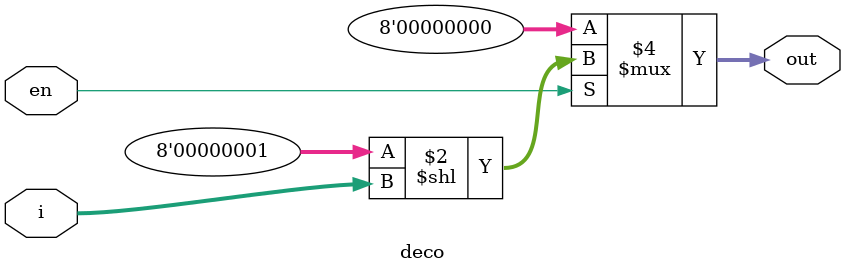
<source format=v>
module deco(input [2:0] i, input en, output reg [7:0] out);
  always @(*) begin
    if (en)
      out = (8'b1 << i);
    else
      out = 8'b0;
  end
endmodule

</source>
